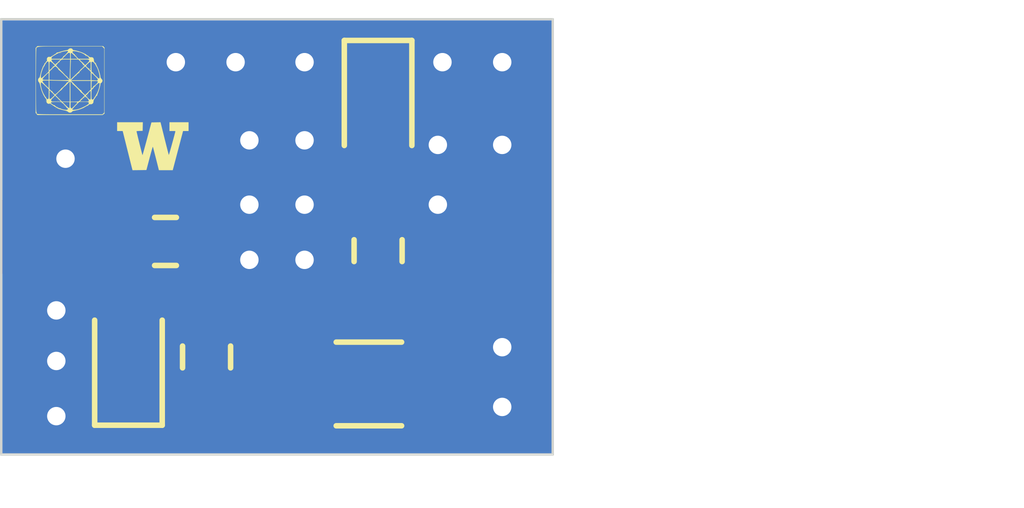
<source format=kicad_pcb>
(kicad_pcb (version 20211014) (generator pcbnew)
  (title_block (title "B39431R0960H110 Breakout") (date "2022-07-02") (rev "1") (company "GQC") (comment 1 "Designed by Hans Gaensbauer"))
  (layers (0 "F.Cu" signal) (31 "B.Cu" signal) (34 "B.Paste" user) (35 "F.Paste" user) (36 "B.SilkS" user "B.Silkscreen") (37 "F.SilkS" user "F.Silkscreen") (38 "B.Mask" user) (39 "F.Mask" user) (44 "Edge.Cuts" user))
  (net 0 "")
  (net 1 "Net-(J1-Pad1)")
  (net 2 "GND")
  (net 3 "/DC_out")
  (net 4 "Net-(D1-Pad2)")
  (net 5 "Net-(D2-Pad1)")
  (footprint "Diode_SMD:D_0603_1608Metric" (layer "F.Cu") (at 134.4 99.2125 -90)
    (fp_text reference "D1" hide)
    (fp_text value "D")
    (pad "1" smd roundrect (at -0.7875 0 270) (size 0.875 0.95) (layers "F.Cu" "F.Paste" "F.Mask") (net 2 "GND"))
    (pad "2" smd roundrect (at 0.7875 0 270) (size 0.875 0.95) (layers "F.Cu" "F.Paste" "F.Mask") (net 4 "Net-(D1-Pad2)"))
  )
  (footprint "Diode_SMD:D_0603_1608Metric" (layer "F.Cu") (at 128.96875 104.6125 90)
    (fp_text reference "D2" hide)
    (fp_text value "D")
    (pad "1" smd roundrect (at -0.7875 0 90) (size 0.875 0.95) (layers "F.Cu" "F.Paste" "F.Mask") (net 5 "Net-(D2-Pad1)"))
    (pad "2" smd roundrect (at 0.7875 0 90) (size 0.875 0.95) (layers "F.Cu" "F.Paste" "F.Mask") (net 1 "Net-(J1-Pad1)"))
  )
  (footprint "Resistor_SMD:R_0603_1608Metric" (layer "F.Cu") (at 130.66875 104.6125 -90)
    (fp_text reference "R2" hide)
    (fp_text value "5k")
    (pad "1" smd roundrect (at -0.825 0 270) (size 0.8 0.95) (layers "F.Cu" "F.Paste" "F.Mask") (net 3 "/DC_out"))
    (pad "2" smd roundrect (at 0.825 0 270) (size 0.8 0.95) (layers "F.Cu" "F.Paste" "F.Mask") (net 5 "Net-(D2-Pad1)"))
  )
  (footprint "Resistor_SMD:R_0603_1608Metric" (layer "F.Cu") (at 134.4 102.3 90)
    (fp_text reference "R1" hide)
    (fp_text value "5k")
    (pad "1" smd roundrect (at -0.825 0 90) (size 0.8 0.95) (layers "F.Cu" "F.Paste" "F.Mask") (net 3 "/DC_out"))
    (pad "2" smd roundrect (at 0.825 0 90) (size 0.8 0.95) (layers "F.Cu" "F.Paste" "F.Mask") (net 4 "Net-(D1-Pad2)"))
  )
  (footprint "uw_logo:sqrl_logo_non_negative" (layer "F.Cu") (at 127.7 98.6)
    (fp_text reference "G***" hide)
    (fp_text value "LOGO" hide)
  )
  (footprint "uw_logo:uw_logo" (layer "F.Cu") (at 129.5 100.1)
    (fp_text reference "G***" hide)
    (fp_text value "LOGO" hide)
  )
  (footprint "Personal:SMA-KIT-1.5MF" (layer "F.Cu") (at 132.2 102)
    (fp_text reference "J1" hide)
    (fp_text value "Conn_Coaxial_x2" hide)
    (fp_line (start -6 4.735) (end 6 4.735) (layer "Edge.Cuts") (width 0.05))
    (fp_line (start -6 -4.735) (end -6 4.735) (layer "Edge.Cuts") (width 0.05))
    (fp_line (start 6 -4.735) (end -6 -4.735) (layer "Edge.Cuts") (width 0.05))
    (fp_line (start 6 -4.735) (end 6 4.735) (layer "Edge.Cuts") (width 0.05))
    (pad "1" smd rect (at -5.3 0) (size 1.35 1.6) (layers "F.Cu" "F.Paste" "F.Mask") (net 1 "Net-(J1-Pad1)"))
    (pad "2" smd rect (at 5.3 0) (size 1.35 1.6) (layers "F.Cu" "F.Paste" "F.Mask") (net 3 "/DC_out"))
    (pad "3" smd rect (at 0 0) (size 11.95 9.42) (layers "B.Cu" "B.Paste" "B.Mask") (net 2 "GND"))
  )
  (footprint "Capacitor_SMD:C_1206_3216Metric" (layer "F.Cu") (at 134.2 105.2)
    (fp_text reference "C1" hide)
    (fp_text value "68p")
    (pad "1" smd roundrect (at -1.475 0) (size 1.15 1.8) (layers "F.Cu" "F.Paste" "F.Mask") (roundrect_rratio 0.2173913043) (net 3 "/DC_out"))
    (pad "2" smd roundrect (at 1.475 0) (size 1.15 1.8) (layers "F.Cu" "F.Paste" "F.Mask") (roundrect_rratio 0.2173913043) (net 2 "GND"))
  )
  (footprint "Resistor_SMD:R_0603_1608Metric" (layer "F.Cu") (at 129.775 102.1)
    (fp_text reference "R3" hide)
    (fp_text value "2k")
    (pad "1" smd roundrect (at -0.825 0) (size 0.8 0.95) (layers "F.Cu" "F.Paste" "F.Mask") (net 1 "Net-(J1-Pad1)"))
    (pad "2" smd roundrect (at 0.825 0) (size 0.8 0.95) (layers "F.Cu" "F.Paste" "F.Mask") (net 2 "GND"))
  )
  (segment (start 127 102.1) (end 128.95 102.1) (width 1) (layer "F.Cu") (net 1))
  (segment (start 126.9 102) (end 127 102.1) (width 1) (layer "F.Cu") (net 1))
  (segment (start 128.95 103.80625) (end 128.96875 103.825) (width 1) (layer "F.Cu") (net 1))
  (segment (start 128.95 102.1) (end 128.95 103.80625) (width 1) (layer "F.Cu") (net 1))
  (via (at 135.7 100) (size 0.8) (drill 0.4) (layers "F.Cu" "B.Cu") (net 2))
  (via (at 135.7 101.3) (size 0.8) (drill 0.4) (layers "F.Cu" "B.Cu") (net 2))
  (via (at 127.4 104.7) (size 0.8) (drill 0.4) (layers "F.Cu" "B.Cu") (net 2))
  (via (at 132.8 101.3) (size 0.8) (drill 0.4) (layers "F.Cu" "B.Cu") (net 2))
  (via (at 137.1 105.7) (size 0.8) (drill 0.4) (layers "F.Cu" "B.Cu") (net 2))
  (via (at 131.3 98.2) (size 0.8) (drill 0.4) (layers "F.Cu" "B.Cu") (net 2))
  (via (at 137.1 104.4) (size 0.8) (drill 0.4) (layers "F.Cu" "B.Cu") (net 2))
  (via (at 130 98.2) (size 0.8) (drill 0.4) (layers "F.Cu" "B.Cu") (net 2))
  (via (at 137.1 100) (size 0.8) (drill 0.4) (layers "F.Cu" "B.Cu") (net 2))
  (via (at 127.4 105.9) (size 0.8) (drill 0.4) (layers "F.Cu" "B.Cu") (net 2))
  (via (at 131.6 101.3) (size 0.8) (drill 0.4) (layers "F.Cu" "B.Cu") (net 2))
  (via (at 127.4 103.6) (size 0.8) (drill 0.4) (layers "F.Cu" "B.Cu") (net 2))
  (via (at 132.8 98.2) (size 0.8) (drill 0.4) (layers "F.Cu" "B.Cu") (net 2))
  (via (at 132.8 99.9) (size 0.8) (drill 0.4) (layers "F.Cu" "B.Cu") (net 2))
  (via (at 135.8 98.2) (size 0.8) (drill 0.4) (layers "F.Cu" "B.Cu") (net 2))
  (via (at 132.8 102.5) (size 0.8) (drill 0.4) (layers "F.Cu" "B.Cu") (net 2))
  (via (at 137.1 98.2) (size 0.8) (drill 0.4) (layers "F.Cu" "B.Cu") (net 2))
  (via (at 127.6 100.3) (size 0.8) (drill 0.4) (layers "F.Cu" "B.Cu") (net 2))
  (via (at 131.6 99.9) (size 0.8) (drill 0.4) (layers "F.Cu" "B.Cu") (net 2))
  (via (at 131.6 102.5) (size 0.8) (drill 0.4) (layers "F.Cu" "B.Cu") (net 2))
  (segment (start 134.4 103.125) (end 136.375 103.125) (width 1) (layer "F.Cu") (net 3))
  (segment (start 132.725 105.2) (end 132.725 104.8) (width 1) (layer "F.Cu") (net 3))
  (segment (start 136.375 103.125) (end 137.5 102) (width 1) (layer "F.Cu") (net 3))
  (segment (start 130.66875 103.7875) (end 131.3125 103.7875) (width 1) (layer "F.Cu") (net 3))
  (segment (start 132.725 104.8) (end 134.4 103.125) (width 1) (layer "F.Cu") (net 3))
  (segment (start 131.3125 103.7875) (end 132.725 105.2) (width 1) (layer "F.Cu") (net 3))
  (segment (start 134.4 100) (end 134.4 101.475) (width 1) (layer "F.Cu") (net 4))
  (segment (start 128.96875 105.4) (end 130.63125 105.4) (width 1) (layer "F.Cu") (net 5))
  (segment (start 130.63125 105.4) (end 130.66875 105.4375) (width 1) (layer "F.Cu") (net 5))
  (zone (net 2) (net_name "GND") (layer "F.Cu") (connect_pads (clearance 0.508)) (min_thickness 0.254) (fill yes (thermal_gap 0.508) (thermal_bridge_width 0.508))
    (polygon (pts (xy 138.2 106.75) (xy 126.2 106.75) (xy 126.2 97.25) (xy 138.2 97.25)))
  )
)
</source>
